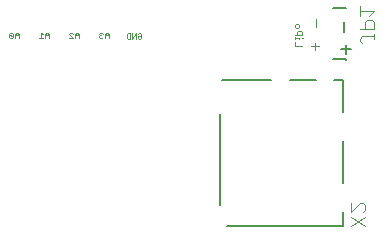
<source format=gbr>
G04 EAGLE Gerber RS-274X export*
G75*
%MOMM*%
%FSLAX34Y34*%
%LPD*%
%INSilkscreen Bottom*%
%IPPOS*%
%AMOC8*
5,1,8,0,0,1.08239X$1,22.5*%
G01*
%ADD10C,0.050800*%
%ADD11C,0.076200*%
%ADD12C,0.127000*%
%ADD13C,0.177800*%
%ADD14C,0.101600*%


D10*
X121060Y167135D02*
X121822Y167898D01*
X123348Y167898D01*
X124110Y167135D01*
X124110Y164085D01*
X123348Y163322D01*
X121822Y163322D01*
X121060Y164085D01*
X121060Y165610D01*
X122585Y165610D01*
X119433Y163322D02*
X119433Y167898D01*
X116382Y163322D01*
X116382Y167898D01*
X114755Y167898D02*
X114755Y163322D01*
X112467Y163322D01*
X111705Y164085D01*
X111705Y167135D01*
X112467Y167898D01*
X114755Y167898D01*
X96372Y166881D02*
X96372Y163830D01*
X96372Y166881D02*
X94846Y168406D01*
X93321Y166881D01*
X93321Y163830D01*
X93321Y166118D02*
X96372Y166118D01*
X91694Y167643D02*
X90931Y168406D01*
X89406Y168406D01*
X88643Y167643D01*
X88643Y166881D01*
X89406Y166118D01*
X90169Y166118D01*
X89406Y166118D02*
X88643Y165355D01*
X88643Y164593D01*
X89406Y163830D01*
X90931Y163830D01*
X91694Y164593D01*
X70972Y163830D02*
X70972Y166881D01*
X69446Y168406D01*
X67921Y166881D01*
X67921Y163830D01*
X67921Y166118D02*
X70972Y166118D01*
X66294Y163830D02*
X63243Y163830D01*
X66294Y163830D02*
X63243Y166881D01*
X63243Y167643D01*
X64006Y168406D01*
X65531Y168406D01*
X66294Y167643D01*
X45572Y166881D02*
X45572Y163830D01*
X45572Y166881D02*
X44046Y168406D01*
X42521Y166881D01*
X42521Y163830D01*
X42521Y166118D02*
X45572Y166118D01*
X40894Y166881D02*
X39369Y168406D01*
X39369Y163830D01*
X40894Y163830D02*
X37843Y163830D01*
X20172Y163830D02*
X20172Y166881D01*
X18646Y168406D01*
X17121Y166881D01*
X17121Y163830D01*
X17121Y166118D02*
X20172Y166118D01*
X15494Y164593D02*
X15494Y167643D01*
X14731Y168406D01*
X13206Y168406D01*
X12443Y167643D01*
X12443Y164593D01*
X13206Y163830D01*
X14731Y163830D01*
X15494Y164593D01*
X12443Y167643D01*
X254254Y157095D02*
X259847Y157095D01*
X254254Y157095D02*
X254254Y160824D01*
X257983Y162708D02*
X257983Y163641D01*
X254254Y163641D01*
X254254Y164573D02*
X254254Y162708D01*
X259847Y163641D02*
X260779Y163641D01*
X259847Y166450D02*
X254254Y166450D01*
X259847Y166450D02*
X259847Y169247D01*
X258915Y170179D01*
X257050Y170179D01*
X256118Y169247D01*
X256118Y166450D01*
X254254Y172996D02*
X254254Y174860D01*
X255186Y175792D01*
X257050Y175792D01*
X257983Y174860D01*
X257983Y172996D01*
X257050Y172064D01*
X255186Y172064D01*
X254254Y172996D01*
D11*
X271276Y159857D02*
X271276Y153586D01*
X274411Y156721D02*
X268141Y156721D01*
X271784Y173398D02*
X271784Y179669D01*
D12*
X286592Y189100D02*
X297592Y189100D01*
X297592Y146100D02*
X286592Y146100D01*
X297592Y146100D02*
X297592Y145100D01*
D13*
X297445Y150032D02*
X297445Y158336D01*
X293293Y154184D02*
X301598Y154184D01*
X295445Y169182D02*
X295445Y177486D01*
D14*
X309400Y161475D02*
X311349Y159526D01*
X309400Y161475D02*
X309400Y163424D01*
X311349Y165373D01*
X321094Y165373D01*
X321094Y163424D02*
X321094Y167322D01*
X321094Y171220D02*
X309400Y171220D01*
X321094Y171220D02*
X321094Y177067D01*
X319145Y179016D01*
X315247Y179016D01*
X313298Y177067D01*
X313298Y171220D01*
X317196Y182914D02*
X321094Y186812D01*
X309400Y186812D01*
X309400Y182914D02*
X309400Y190710D01*
D12*
X294600Y5000D02*
X197000Y5000D01*
X294600Y5000D02*
X294613Y16938D01*
X294600Y41300D02*
X294600Y76500D01*
X294600Y101100D02*
X294600Y128400D01*
X287400Y128400D01*
X271700Y128400D02*
X250300Y128400D01*
X234200Y128400D02*
X192200Y128300D01*
X190900Y99700D02*
X190900Y22100D01*
D14*
X301708Y12604D02*
X313402Y4808D01*
X313402Y12604D02*
X301708Y4808D01*
X301708Y16502D02*
X301708Y24298D01*
X301708Y16502D02*
X309504Y24298D01*
X311453Y24298D01*
X313402Y22349D01*
X313402Y18451D01*
X311453Y16502D01*
M02*

</source>
